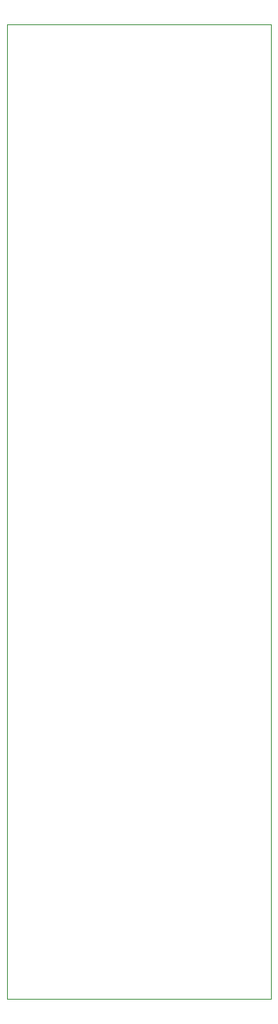
<source format=gbr>
%TF.GenerationSoftware,KiCad,Pcbnew,(6.0.10)*%
%TF.CreationDate,2023-01-09T12:33:07-08:00*%
%TF.ProjectId,16Bars,31364261-7273-42e6-9b69-6361645f7063,rev?*%
%TF.SameCoordinates,Original*%
%TF.FileFunction,Profile,NP*%
%FSLAX46Y46*%
G04 Gerber Fmt 4.6, Leading zero omitted, Abs format (unit mm)*
G04 Created by KiCad (PCBNEW (6.0.10)) date 2023-01-09 12:33:07*
%MOMM*%
%LPD*%
G01*
G04 APERTURE LIST*
%TA.AperFunction,Profile*%
%ADD10C,0.100000*%
%TD*%
G04 APERTURE END LIST*
D10*
X56500000Y-140000000D02*
X85000000Y-140000000D01*
X56500000Y-35000000D02*
X85000000Y-35000000D01*
X56500000Y-35000000D02*
X56500000Y-140000000D01*
X85000000Y-35000000D02*
X85000000Y-140000000D01*
M02*

</source>
